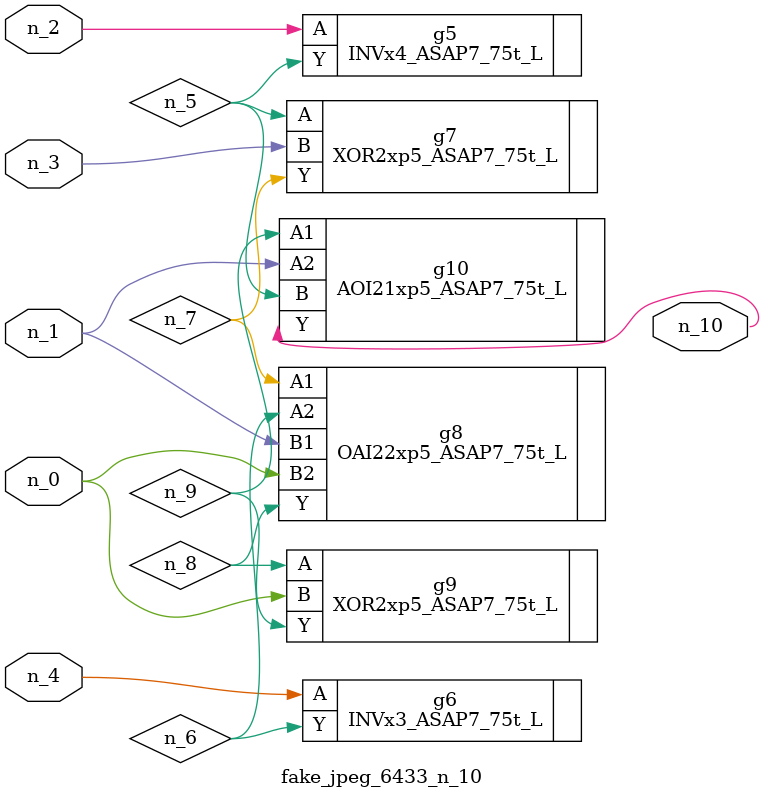
<source format=v>
module fake_jpeg_6433_n_10 (n_3, n_2, n_1, n_0, n_4, n_10);

input n_3;
input n_2;
input n_1;
input n_0;
input n_4;

output n_10;

wire n_8;
wire n_9;
wire n_6;
wire n_5;
wire n_7;

INVx4_ASAP7_75t_L g5 ( 
.A(n_2),
.Y(n_5)
);

INVx3_ASAP7_75t_L g6 ( 
.A(n_4),
.Y(n_6)
);

XOR2xp5_ASAP7_75t_L g7 ( 
.A(n_5),
.B(n_3),
.Y(n_7)
);

OAI22xp5_ASAP7_75t_L g8 ( 
.A1(n_7),
.A2(n_6),
.B1(n_1),
.B2(n_0),
.Y(n_8)
);

XOR2xp5_ASAP7_75t_L g9 ( 
.A(n_8),
.B(n_0),
.Y(n_9)
);

AOI21xp5_ASAP7_75t_L g10 ( 
.A1(n_9),
.A2(n_1),
.B(n_5),
.Y(n_10)
);


endmodule
</source>
